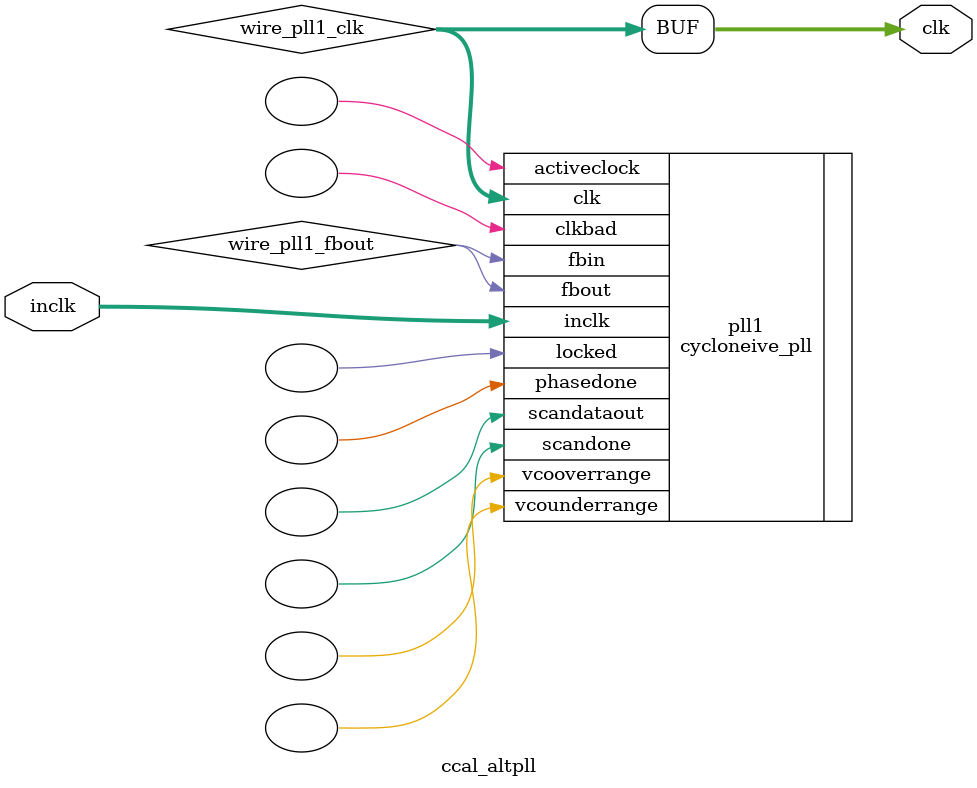
<source format=v>






//synthesis_resources = cycloneive_pll 1 
//synopsys translate_off
`timescale 1 ps / 1 ps
//synopsys translate_on
module  ccal_altpll
	( 
	clk,
	inclk) /* synthesis synthesis_clearbox=1 */;
	output   [4:0]  clk;
	input   [1:0]  inclk;
`ifndef ALTERA_RESERVED_QIS
// synopsys translate_off
`endif
	tri0   [1:0]  inclk;
`ifndef ALTERA_RESERVED_QIS
// synopsys translate_on
`endif

	wire  [4:0]   wire_pll1_clk;
	wire  wire_pll1_fbout;

	cycloneive_pll   pll1
	( 
	.activeclock(),
	.clk(wire_pll1_clk),
	.clkbad(),
	.fbin(wire_pll1_fbout),
	.fbout(wire_pll1_fbout),
	.inclk(inclk),
	.locked(),
	.phasedone(),
	.scandataout(),
	.scandone(),
	.vcooverrange(),
	.vcounderrange()
	`ifndef FORMAL_VERIFICATION
	// synopsys translate_off
	`endif
	,
	.areset(1'b0),
	.clkswitch(1'b0),
	.configupdate(1'b0),
	.pfdena(1'b1),
	.phasecounterselect({3{1'b0}}),
	.phasestep(1'b0),
	.phaseupdown(1'b0),
	.scanclk(1'b0),
	.scanclkena(1'b1),
	.scandata(1'b0)
	`ifndef FORMAL_VERIFICATION
	// synopsys translate_on
	`endif
	);
	defparam
		pll1.bandwidth_type = "auto",
		pll1.clk0_divide_by = 50,
		pll1.clk0_duty_cycle = 50,
		pll1.clk0_multiply_by = 9,
		pll1.clk0_phase_shift = "0",
		pll1.clk1_divide_by = 25,
		pll1.clk1_duty_cycle = 50,
		pll1.clk1_multiply_by = 9,
		pll1.clk1_phase_shift = "0",
		pll1.compensate_clock = "clk0",
		pll1.inclk0_input_frequency = 20000,
		pll1.operation_mode = "normal",
		pll1.pll_type = "auto",
		pll1.lpm_type = "cycloneive_pll";
	assign
		clk = {wire_pll1_clk[4:0]};
endmodule //ccal_altpll
//VALID FILE

</source>
